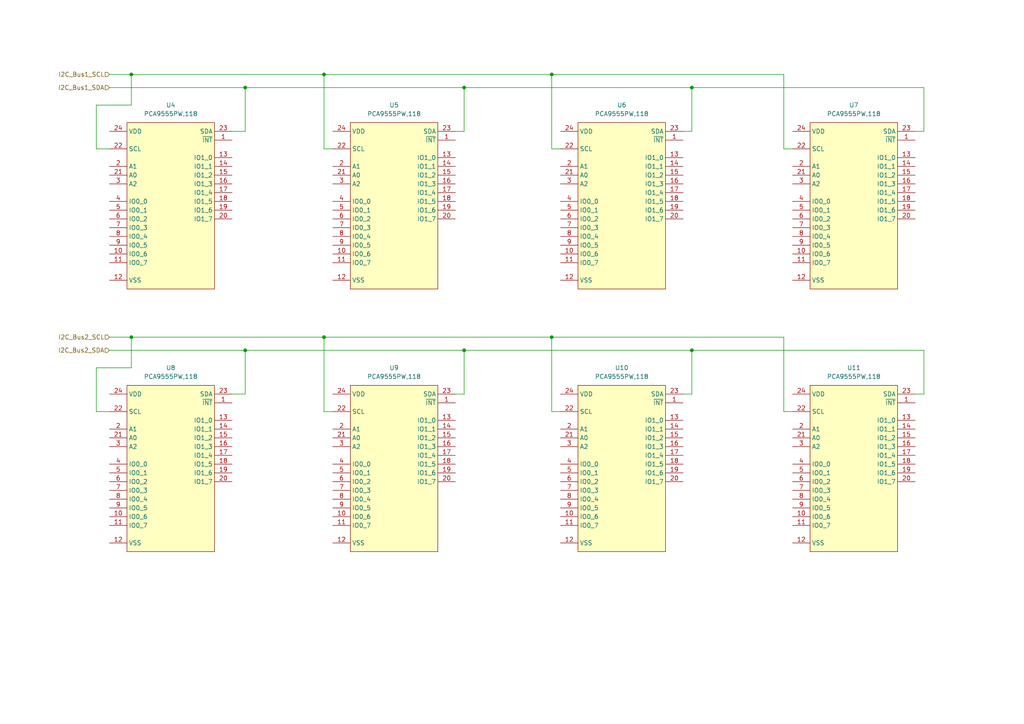
<source format=kicad_sch>
(kicad_sch (version 20231120) (generator "eeschema") (generator_version "8.0")
  (paper "A4")
  (title_block (title "Inputs/Outputs Extenders") (date "2024-09-01") (rev "v0.9.0"))
  (lib_symbols
    (symbol "easyeda2kicad:PCA9555PW,118"
      (property "Reference" "U" (at 0 26.67 0))
      (property "Value" "PCA9555PW,118" (at 0 -26.67 0))
      (symbol "PCA9555PW,118_0_1"
        (rectangle (start -12.7 24.13) (end 12.7 -24.13) (fill (type background)))
        (pin output line (at 17.78 19.05 180) (length 5.08) (name "~{INT}") (number "1"))
        (pin unspecified line (at -17.78 -13.97 0) (length 5.08) (name "IO0_6") (number "10"))
        (pin unspecified line (at -17.78 -16.51 0) (length 5.08) (name "IO0_7") (number "11"))
        (pin unspecified line (at -17.78 -21.59 0) (length 5.08) (name "VSS") (number "12"))
        (pin unspecified line (at 17.78 13.97 180) (length 5.08) (name "IO1_0") (number "13"))
        (pin unspecified line (at 17.78 11.43 180) (length 5.08) (name "IO1_1") (number "14"))
        (pin unspecified line (at 17.78 8.89 180) (length 5.08) (name "IO1_2") (number "15"))
        (pin unspecified line (at 17.78 6.35 180) (length 5.08) (name "IO1_3") (number "16"))
        (pin unspecified line (at 17.78 3.81 180) (length 5.08) (name "IO1_4") (number "17"))
        (pin unspecified line (at 17.78 1.27 180) (length 5.08) (name "IO1_5") (number "18"))
        (pin unspecified line (at 17.78 -1.27 180) (length 5.08) (name "IO1_6") (number "19"))
        (pin input line (at -17.78 11.43 0) (length 5.08) (name "A1") (number "2"))
        (pin unspecified line (at 17.78 -3.81 180) (length 5.08) (name "IO1_7") (number "20"))
        (pin input line (at -17.78 8.89 0) (length 5.08) (name "A0") (number "21"))
        (pin input line (at -17.78 16.51 0) (length 5.08) (name "SCL") (number "22"))
        (pin unspecified line (at 17.78 21.59 180) (length 5.08) (name "SDA") (number "23"))
        (pin power_in line (at -17.78 21.59 0) (length 5.08) (name "VDD") (number "24"))
        (pin input line (at -17.78 6.35 0) (length 5.08) (name "A2") (number "3"))
        (pin unspecified line (at -17.78 1.27 0) (length 5.08) (name "IO0_0") (number "4"))
        (pin unspecified line (at -17.78 -1.27 0) (length 5.08) (name "IO0_1") (number "5"))
        (pin unspecified line (at -17.78 -3.81 0) (length 5.08) (name "IO0_2") (number "6"))
        (pin unspecified line (at -17.78 -6.35 0) (length 5.08) (name "IO0_3") (number "7"))
        (pin unspecified line (at -17.78 -8.89 0) (length 5.08) (name "IO0_4") (number "8"))
        (pin unspecified line (at -17.78 -11.43 0) (length 5.08) (name "IO0_5") (number "9"))
      )
    )
  )
  (junction (at 38.1 21.59))
  (junction (at 160.02 97.79))
  (junction (at 134.62 25.4))
  (junction (at 38.1 97.79))
  (junction (at 93.98 21.59))
  (junction (at 134.62 101.6))
  (junction (at 200.66 25.4))
  (junction (at 93.98 97.79))
  (junction (at 160.02 21.59))
  (junction (at 71.12 101.6))
  (junction (at 71.12 25.4))
  (junction (at 200.66 101.6))
  (wire (pts (xy 267.97 25.4) (xy 267.97 38.1)))
  (wire (pts (xy 27.94 43.18) (xy 27.94 30.48)))
  (wire (pts (xy 267.97 114.3) (xy 265.43 114.3)))
  (wire (pts (xy 200.66 25.4) (xy 267.97 25.4)))
  (wire (pts (xy 198.12 38.1) (xy 200.66 38.1)))
  (wire (pts (xy 27.94 30.48) (xy 38.1 30.48)))
  (wire (pts (xy 31.75 43.18) (xy 27.94 43.18)))
  (wire (pts (xy 160.02 119.38) (xy 160.02 97.79)))
  (wire (pts (xy 38.1 106.68) (xy 38.1 97.79)))
  (wire (pts (xy 96.52 119.38) (xy 93.98 119.38)))
  (wire (pts (xy 267.97 101.6) (xy 267.97 114.3)))
  (wire (pts (xy 200.66 38.1) (xy 200.66 25.4)))
  (wire (pts (xy 134.62 25.4) (xy 200.66 25.4)))
  (wire (pts (xy 160.02 97.79) (xy 227.33 97.79)))
  (wire (pts (xy 134.62 114.3) (xy 134.62 101.6)))
  (wire (pts (xy 93.98 43.18) (xy 93.98 21.59)))
  (wire (pts (xy 160.02 21.59) (xy 227.33 21.59)))
  (wire (pts (xy 162.56 43.18) (xy 160.02 43.18)))
  (wire (pts (xy 134.62 101.6) (xy 200.66 101.6)))
  (wire (pts (xy 67.31 38.1) (xy 71.12 38.1)))
  (wire (pts (xy 93.98 21.59) (xy 160.02 21.59)))
  (wire (pts (xy 31.75 21.59) (xy 38.1 21.59)))
  (wire (pts (xy 227.33 21.59) (xy 227.33 43.18)))
  (wire (pts (xy 93.98 97.79) (xy 160.02 97.79)))
  (wire (pts (xy 132.08 114.3) (xy 134.62 114.3)))
  (wire (pts (xy 162.56 119.38) (xy 160.02 119.38)))
  (wire (pts (xy 27.94 106.68) (xy 38.1 106.68)))
  (wire (pts (xy 227.33 119.38) (xy 229.87 119.38)))
  (wire (pts (xy 71.12 38.1) (xy 71.12 25.4)))
  (wire (pts (xy 227.33 43.18) (xy 229.87 43.18)))
  (wire (pts (xy 38.1 21.59) (xy 93.98 21.59)))
  (wire (pts (xy 27.94 119.38) (xy 27.94 106.68)))
  (wire (pts (xy 71.12 25.4) (xy 134.62 25.4)))
  (wire (pts (xy 200.66 101.6) (xy 267.97 101.6)))
  (wire (pts (xy 200.66 114.3) (xy 200.66 101.6)))
  (wire (pts (xy 38.1 97.79) (xy 93.98 97.79)))
  (wire (pts (xy 227.33 97.79) (xy 227.33 119.38)))
  (wire (pts (xy 160.02 43.18) (xy 160.02 21.59)))
  (wire (pts (xy 71.12 114.3) (xy 71.12 101.6)))
  (wire (pts (xy 134.62 38.1) (xy 134.62 25.4)))
  (wire (pts (xy 38.1 30.48) (xy 38.1 21.59)))
  (wire (pts (xy 132.08 38.1) (xy 134.62 38.1)))
  (wire (pts (xy 93.98 119.38) (xy 93.98 97.79)))
  (wire (pts (xy 198.12 114.3) (xy 200.66 114.3)))
  (wire (pts (xy 31.75 101.6) (xy 71.12 101.6)))
  (wire (pts (xy 96.52 43.18) (xy 93.98 43.18)))
  (wire (pts (xy 71.12 101.6) (xy 134.62 101.6)))
  (wire (pts (xy 31.75 119.38) (xy 27.94 119.38)))
  (wire (pts (xy 31.75 25.4) (xy 71.12 25.4)))
  (wire (pts (xy 267.97 38.1) (xy 265.43 38.1)))
  (wire (pts (xy 31.75 97.79) (xy 38.1 97.79)))
  (wire (pts (xy 67.31 114.3) (xy 71.12 114.3)))
  (global_label "LED-B06" (shape input) (at -16.51 78.74 0) (property "Intersheetrefs" "${INTERSHEET_REFS}" (effects (hide yes))))
  (global_label "Button-B01" (shape input) (at -31.75 76.2 180) (property "Intersheetrefs" "${INTERSHEET_REFS}" (effects (hide yes))))
  (global_label "LED-C05" (shape input) (at -16.51 116.84 0) (property "Intersheetrefs" "${INTERSHEET_REFS}" (effects (hide yes))))
  (global_label "Button-C14" (shape input) (at -31.75 68.58 180) (property "Intersheetrefs" "${INTERSHEET_REFS}" (effects (hide yes))))
  (global_label "Button-C02" (shape input) (at -31.75 38.1 180) (property "Intersheetrefs" "${INTERSHEET_REFS}" (effects (hide yes))))
  (global_label "LED-B08" (shape input) (at -16.51 83.82 0) (property "Intersheetrefs" "${INTERSHEET_REFS}" (effects (hide yes))))
  (global_label "LED-C11" (shape input) (at -16.51 132.08 0) (property "Intersheetrefs" "${INTERSHEET_REFS}" (effects (hide yes))))
  (global_label "Button-A10" (shape input) (at -31.75 139.7 180) (property "Intersheetrefs" "${INTERSHEET_REFS}" (effects (hide yes))))
  (global_label "LED-A02" (shape input) (at -16.51 27.94 0) (property "Intersheetrefs" "${INTERSHEET_REFS}" (effects (hide yes))))
  (global_label "LED-B10" (shape input) (at -16.51 88.9 0) (property "Intersheetrefs" "${INTERSHEET_REFS}" (effects (hide yes))))
  (global_label "LED-B04" (shape input) (at -16.51 73.66 0) (property "Intersheetrefs" "${INTERSHEET_REFS}" (effects (hide yes))))
  (global_label "ENC1-X11" (shape input) (at -31.75 170.18 180) (property "Intersheetrefs" "${INTERSHEET_REFS}" (effects (hide yes))))
  (global_label "LED-C10" (shape input) (at -16.51 129.54 0) (property "Intersheetrefs" "${INTERSHEET_REFS}" (effects (hide yes))))
  (global_label "Button-B11" (shape input) (at -31.75 101.6 180) (property "Intersheetrefs" "${INTERSHEET_REFS}" (effects (hide yes))))
  (global_label "LED-A10" (shape input) (at -16.51 48.26 0) (property "Intersheetrefs" "${INTERSHEET_REFS}" (effects (hide yes))))
  (global_label "Button-A01" (shape input) (at -31.75 116.84 180) (property "Intersheetrefs" "${INTERSHEET_REFS}" (effects (hide yes))))
  (global_label "LED-A16" (shape input) (at -16.51 60.96 0) (property "Intersheetrefs" "${INTERSHEET_REFS}" (effects (hide yes))))
  (global_label "LED-A11" (shape input) (at -16.51 50.8 0) (property "Intersheetrefs" "${INTERSHEET_REFS}" (effects (hide yes))))
  (global_label "LED-C15" (shape input) (at -16.51 139.7 0) (property "Intersheetrefs" "${INTERSHEET_REFS}" (effects (hide yes))))
  (global_label "Schluessel1" (shape input) (at -31.75 160.02 180) (property "Intersheetrefs" "${INTERSHEET_REFS}" (effects (hide yes))))
  (global_label "LED-B09" (shape input) (at -16.51 86.36 0) (property "Intersheetrefs" "${INTERSHEET_REFS}" (effects (hide yes))))
  (global_label "LED-C03" (shape input) (at -16.51 111.76 0) (property "Intersheetrefs" "${INTERSHEET_REFS}" (effects (hide yes))))
  (global_label "LED-B07" (shape input) (at -16.51 81.28 0) (property "Intersheetrefs" "${INTERSHEET_REFS}" (effects (hide yes))))
  (global_label "ENC2-X23" (shape input) (at -31.75 190.5 180) (property "Intersheetrefs" "${INTERSHEET_REFS}" (effects (hide yes))))
  (global_label "LED-A08" (shape input) (at -16.51 43.18 0) (property "Intersheetrefs" "${INTERSHEET_REFS}" (effects (hide yes))))
  (global_label "ENC1-X15" (shape input) (at -31.75 180.34 180) (property "Intersheetrefs" "${INTERSHEET_REFS}" (effects (hide yes))))
  (global_label "LED-C08" (shape input) (at -16.51 124.46 0) (property "Intersheetrefs" "${INTERSHEET_REFS}" (effects (hide yes))))
  (global_label "LED-D01" (shape input) (at -16.51 147.32 0) (property "Intersheetrefs" "${INTERSHEET_REFS}" (effects (hide yes))))
  (global_label "Input-Res04" (shape input) (at 243.84 233.68 180) (property "Intersheetrefs" "${INTERSHEET_REFS}" (effects (hide yes))))
  (global_label "Output-Res04" (shape input) (at 265.43 233.68 180) (property "Intersheetrefs" "${INTERSHEET_REFS}" (effects (hide yes))))
  (global_label "LED-A15" (shape input) (at -16.51 58.42 0) (property "Intersheetrefs" "${INTERSHEET_REFS}" (effects (hide yes))))
  (global_label "Button-A14" (shape input) (at -31.75 149.86 180) (property "Intersheetrefs" "${INTERSHEET_REFS}" (effects (hide yes))))
  (global_label "Button-C07" (shape input) (at -31.75 50.8 180) (property "Intersheetrefs" "${INTERSHEET_REFS}" (effects (hide yes))))
  (global_label "Button-A12" (shape input) (at -31.75 144.78 180) (property "Intersheetrefs" "${INTERSHEET_REFS}" (effects (hide yes))))
  (global_label "Button-B15" (shape input) (at -31.75 111.76 180) (property "Intersheetrefs" "${INTERSHEET_REFS}" (effects (hide yes))))
  (global_label "ENC1-X14" (shape input) (at -31.75 177.8 180) (property "Intersheetrefs" "${INTERSHEET_REFS}" (effects (hide yes))))
  (global_label "Button-C12" (shape input) (at -31.75 63.5 180) (property "Intersheetrefs" "${INTERSHEET_REFS}" (effects (hide yes))))
  (global_label "LED-C01" (shape input) (at -16.51 106.68 0) (property "Intersheetrefs" "${INTERSHEET_REFS}" (effects (hide yes))))
  (global_label "LED-E02" (shape input) (at -16.51 154.94 0) (property "Intersheetrefs" "${INTERSHEET_REFS}" (effects (hide yes))))
  (global_label "Button-B14" (shape input) (at -31.75 109.22 180) (property "Intersheetrefs" "${INTERSHEET_REFS}" (effects (hide yes))))
  (global_label "Schluessel0" (shape input) (at -31.75 157.48 180) (property "Intersheetrefs" "${INTERSHEET_REFS}" (effects (hide yes))))
  (global_label "LED-A06" (shape input) (at -16.51 38.1 0) (property "Intersheetrefs" "${INTERSHEET_REFS}" (effects (hide yes))))
  (global_label "LED-A03" (shape input) (at -16.51 30.48 0) (property "Intersheetrefs" "${INTERSHEET_REFS}" (effects (hide yes))))
  (global_label "Button-C08" (shape input) (at -31.75 53.34 180) (property "Intersheetrefs" "${INTERSHEET_REFS}" (effects (hide yes))))
  (global_label "ENC2-X21" (shape input) (at -31.75 185.42 180) (property "Intersheetrefs" "${INTERSHEET_REFS}" (effects (hide yes))))
  (global_label "LED-A12" (shape input) (at -16.51 53.34 0) (property "Intersheetrefs" "${INTERSHEET_REFS}" (effects (hide yes))))
  (global_label "Button-B13" (shape input) (at -31.75 106.68 180) (property "Intersheetrefs" "${INTERSHEET_REFS}" (effects (hide yes))))
  (global_label "Button-C04" (shape input) (at -31.75 43.18 180) (property "Intersheetrefs" "${INTERSHEET_REFS}" (effects (hide yes))))
  (global_label "LED-C12" (shape input) (at -16.51 134.62 0) (property "Intersheetrefs" "${INTERSHEET_REFS}" (effects (hide yes))))
  (global_label "ENC2-X25" (shape input) (at -31.75 193.04 180) (property "Intersheetrefs" "${INTERSHEET_REFS}" (effects (hide yes))))
  (global_label "LED-A04" (shape input) (at -16.51 33.02 0) (property "Intersheetrefs" "${INTERSHEET_REFS}" (effects (hide yes))))
  (global_label "LED-B14" (shape input) (at -16.51 96.52 0) (property "Intersheetrefs" "${INTERSHEET_REFS}" (effects (hide yes))))
  (global_label "LED-B01" (shape input) (at -16.51 66.04 0) (property "Intersheetrefs" "${INTERSHEET_REFS}" (effects (hide yes))))
  (global_label "Button-A08" (shape input) (at -31.75 134.62 180) (property "Intersheetrefs" "${INTERSHEET_REFS}" (effects (hide yes))))
  (global_label "Button-C10" (shape input) (at -31.75 58.42 180) (property "Intersheetrefs" "${INTERSHEET_REFS}" (effects (hide yes))))
  (global_label "LED-C06" (shape input) (at -16.51 119.38 0) (property "Intersheetrefs" "${INTERSHEET_REFS}" (effects (hide yes))))
  (global_label "Button-B12" (shape input) (at -31.75 104.14 180) (property "Intersheetrefs" "${INTERSHEET_REFS}" (effects (hide yes))))
  (global_label "Button-A05" (shape input) (at -31.75 127 180) (property "Intersheetrefs" "${INTERSHEET_REFS}" (effects (hide yes))))
  (global_label "LED-C09" (shape input) (at -16.51 127 0) (property "Intersheetrefs" "${INTERSHEET_REFS}" (effects (hide yes))))
  (global_label "LED-A05" (shape input) (at -16.51 35.56 0) (property "Intersheetrefs" "${INTERSHEET_REFS}" (effects (hide yes))))
  (global_label "ENC2-X22" (shape input) (at -31.75 187.96 180) (property "Intersheetrefs" "${INTERSHEET_REFS}" (effects (hide yes))))
  (global_label "LED-E01" (shape input) (at -16.51 152.4 0) (property "Intersheetrefs" "${INTERSHEET_REFS}" (effects (hide yes))))
  (global_label "ENC1-X12" (shape input) (at -31.75 172.72 180) (property "Intersheetrefs" "${INTERSHEET_REFS}" (effects (hide yes))))
  (global_label "LED-C13" (shape input) (at -16.51 137.16 0) (property "Intersheetrefs" "${INTERSHEET_REFS}" (effects (hide yes))))
  (global_label "LED-D02" (shape input) (at -16.51 144.78 0) (property "Intersheetrefs" "${INTERSHEET_REFS}" (effects (hide yes))))
  (global_label "LED-A09" (shape input) (at -16.51 45.72 0) (property "Intersheetrefs" "${INTERSHEET_REFS}" (effects (hide yes))))
  (global_label "LED-A01" (shape input) (at -16.51 25.4 0) (property "Intersheetrefs" "${INTERSHEET_REFS}" (effects (hide yes))))
  (global_label "Button-E02" (shape input) (at -31.75 25.4 180) (property "Intersheetrefs" "${INTERSHEET_REFS}" (effects (hide yes))))
  (global_label "Button-A03" (shape input) (at -31.75 121.92 180) (property "Intersheetrefs" "${INTERSHEET_REFS}" (effects (hide yes))))
  (global_label "Button-A11" (shape input) (at -31.75 142.24 180) (property "Intersheetrefs" "${INTERSHEET_REFS}" (effects (hide yes))))
  (global_label "Button-A04" (shape input) (at -31.75 124.46 180) (property "Intersheetrefs" "${INTERSHEET_REFS}" (effects (hide yes))))
  (global_label "Button-B10" (shape input) (at -31.75 99.06 180) (property "Intersheetrefs" "${INTERSHEET_REFS}" (effects (hide yes))))
  (global_label "Button-B04" (shape input) (at -31.75 83.82 180) (property "Intersheetrefs" "${INTERSHEET_REFS}" (effects (hide yes))))
  (global_label "Button-B09" (shape input) (at -31.75 96.52 180) (property "Intersheetrefs" "${INTERSHEET_REFS}" (effects (hide yes))))
  (global_label "Button-C09" (shape input) (at -31.75 55.88 180) (property "Intersheetrefs" "${INTERSHEET_REFS}" (effects (hide yes))))
  (global_label "Button-C13" (shape input) (at -31.75 66.04 180) (property "Intersheetrefs" "${INTERSHEET_REFS}" (effects (hide yes))))
  (global_label "Button-B03" (shape input) (at -31.75 81.28 180) (property "Intersheetrefs" "${INTERSHEET_REFS}" (effects (hide yes))))
  (global_label "Button-A07" (shape input) (at -31.75 132.08 180) (property "Intersheetrefs" "${INTERSHEET_REFS}" (effects (hide yes))))
  (global_label "Output-Res03" (shape input) (at 265.43 228.6 180) (property "Intersheetrefs" "${INTERSHEET_REFS}" (effects (hide yes))))
  (global_label "Input-Res02" (shape input) (at 243.84 226.06 180) (property "Intersheetrefs" "${INTERSHEET_REFS}" (effects (hide yes))))
  (global_label "Button-B07" (shape input) (at -31.75 91.44 180) (property "Intersheetrefs" "${INTERSHEET_REFS}" (effects (hide yes))))
  (global_label "Button-A16" (shape input) (at -31.75 152.4 180) (property "Intersheetrefs" "${INTERSHEET_REFS}" (effects (hide yes))))
  (global_label "Button-A06" (shape input) (at -31.75 129.54 180) (property "Intersheetrefs" "${INTERSHEET_REFS}" (effects (hide yes))))
  (global_label "LED-B03" (shape input) (at -16.51 71.12 0) (property "Intersheetrefs" "${INTERSHEET_REFS}" (effects (hide yes))))
  (global_label "Button-A09" (shape input) (at -31.75 137.16 180) (property "Intersheetrefs" "${INTERSHEET_REFS}" (effects (hide yes))))
  (global_label "Button-B08" (shape input) (at -31.75 93.98 180) (property "Intersheetrefs" "${INTERSHEET_REFS}" (effects (hide yes))))
  (global_label "LED-C07" (shape input) (at -16.51 121.92 0) (property "Intersheetrefs" "${INTERSHEET_REFS}" (effects (hide yes))))
  (global_label "Button-A13" (shape input) (at -31.75 147.32 180) (property "Intersheetrefs" "${INTERSHEET_REFS}" (effects (hide yes))))
  (global_label "Button-D02" (shape input) (at -31.75 30.48 180) (property "Intersheetrefs" "${INTERSHEET_REFS}" (effects (hide yes))))
  (global_label "Button-C06" (shape input) (at -31.75 48.26 180) (property "Intersheetrefs" "${INTERSHEET_REFS}" (effects (hide yes))))
  (global_label "LED-B11" (shape input) (at -16.51 91.44 0) (property "Intersheetrefs" "${INTERSHEET_REFS}" (effects (hide yes))))
  (global_label "Button-C03" (shape input) (at -31.75 40.64 180) (property "Intersheetrefs" "${INTERSHEET_REFS}" (effects (hide yes))))
  (global_label "Button-C05" (shape input) (at -31.75 45.72 180) (property "Intersheetrefs" "${INTERSHEET_REFS}" (effects (hide yes))))
  (global_label "LED-B12" (shape input) (at -16.51 93.98 0) (property "Intersheetrefs" "${INTERSHEET_REFS}" (effects (hide yes))))
  (global_label "Input-Res01" (shape input) (at 243.84 223.52 180) (property "Intersheetrefs" "${INTERSHEET_REFS}" (effects (hide yes))))
  (global_label "ENC1-X13" (shape input) (at -31.75 175.26 180) (property "Intersheetrefs" "${INTERSHEET_REFS}" (effects (hide yes))))
  (global_label "Button-B05" (shape input) (at -31.75 86.36 180) (property "Intersheetrefs" "${INTERSHEET_REFS}" (effects (hide yes))))
  (global_label "Button-C11" (shape input) (at -31.75 60.96 180) (property "Intersheetrefs" "${INTERSHEET_REFS}" (effects (hide yes))))
  (global_label "LED-C02" (shape input) (at -16.51 109.22 0) (property "Intersheetrefs" "${INTERSHEET_REFS}" (effects (hide yes))))
  (global_label "Button-B02" (shape input) (at -31.75 78.74 180) (property "Intersheetrefs" "${INTERSHEET_REFS}" (effects (hide yes))))
  (global_label "Button-C15" (shape input) (at -31.75 71.12 180) (property "Intersheetrefs" "${INTERSHEET_REFS}" (effects (hide yes))))
  (global_label "Schluessel3" (shape input) (at -31.75 165.1 180) (property "Intersheetrefs" "${INTERSHEET_REFS}" (effects (hide yes))))
  (global_label "LED-C04" (shape input) (at -16.51 114.3 0) (property "Intersheetrefs" "${INTERSHEET_REFS}" (effects (hide yes))))
  (global_label "Button-C01" (shape input) (at -31.75 35.56 180) (property "Intersheetrefs" "${INTERSHEET_REFS}" (effects (hide yes))))
  (global_label "Schluessel2" (shape input) (at -31.75 162.56 180) (property "Intersheetrefs" "${INTERSHEET_REFS}" (effects (hide yes))))
  (global_label "LED-B05" (shape input) (at -16.51 76.2 0) (property "Intersheetrefs" "${INTERSHEET_REFS}" (effects (hide yes))))
  (global_label "Input-Res03" (shape input) (at 243.84 228.6 180) (property "Intersheetrefs" "${INTERSHEET_REFS}" (effects (hide yes))))
  (global_label "LED-A14" (shape input) (at -16.51 55.88 0) (property "Intersheetrefs" "${INTERSHEET_REFS}" (effects (hide yes))))
  (global_label "LED-B02" (shape input) (at -16.51 68.58 0) (property "Intersheetrefs" "${INTERSHEET_REFS}" (effects (hide yes))))
  (global_label "LED-B15" (shape input) (at -16.51 101.6 0) (property "Intersheetrefs" "${INTERSHEET_REFS}" (effects (hide yes))))
  (global_label "Output-Res02" (shape input) (at 265.43 226.06 180) (property "Intersheetrefs" "${INTERSHEET_REFS}" (effects (hide yes))))
  (global_label "Button-A02" (shape input) (at -31.75 119.38 180) (property "Intersheetrefs" "${INTERSHEET_REFS}" (effects (hide yes))))
  (global_label "LED-B13" (shape input) (at -16.51 99.06 0) (property "Intersheetrefs" "${INTERSHEET_REFS}" (effects (hide yes))))
  (global_label "Button-B06" (shape input) (at -31.75 88.9 180) (property "Intersheetrefs" "${INTERSHEET_REFS}" (effects (hide yes))))
  (global_label "Output-Res01" (shape input) (at 265.43 223.52 180) (property "Intersheetrefs" "${INTERSHEET_REFS}" (effects (hide yes))))
  (global_label "LED-A07" (shape input) (at -16.51 40.64 0) (property "Intersheetrefs" "${INTERSHEET_REFS}" (effects (hide yes))))
  (hierarchical_label "I2C_Bus2_SDA" (shape input) (at 31.75 101.6 180))
  (hierarchical_label "I2C_Bus2_SCL" (shape input) (at 31.75 97.79 180))
  (hierarchical_label "I2C_Bus1_SDA" (shape input) (at 31.75 25.4 180))
  (hierarchical_label "I2C_Bus1_SCL" (shape input) (at 31.75 21.59 180))
  (symbol (lib_id "easyeda2kicad:PCA9555PW,118") (at 49.53 59.69 0) (unit 1)
    (property "Reference" "U4" (at 49.53 30.48 0))
    (property "Value" "PCA9555PW,118" (at 49.53 33.02 0))
    (property "Footprint" "easyeda2kicad:TSSOP-24_L7.8-W4.4-P0.65-LS6.4-BL" (effects (hide yes)))
    (property "Datasheet" "https://lcsc.com/product-detail/I-O-Expansion_NXP_PCA9555PW-118_PCA9555PW-118_C128392.html" (effects (hide yes)))
    (property "LCSC Part" "C128392" (effects (hide yes)))
  )
  (symbol (lib_id "easyeda2kicad:PCA9555PW,118") (at 114.3 59.69 0) (unit 1)
    (property "Reference" "U5" (at 114.3 30.48 0))
    (property "Value" "PCA9555PW,118" (at 114.3 33.02 0))
    (property "Footprint" "easyeda2kicad:TSSOP-24_L7.8-W4.4-P0.65-LS6.4-BL" (effects (hide yes)))
    (property "Datasheet" "https://lcsc.com/product-detail/I-O-Expansion_NXP_PCA9555PW-118_PCA9555PW-118_C128392.html" (effects (hide yes)))
    (property "LCSC Part" "C128392" (effects (hide yes)))
  )
  (symbol (lib_id "easyeda2kicad:PCA9555PW,118") (at 247.65 59.69 0) (unit 1)
    (property "Reference" "U7" (at 247.65 30.48 0))
    (property "Value" "PCA9555PW,118" (at 247.65 33.02 0))
    (property "Footprint" "easyeda2kicad:TSSOP-24_L7.8-W4.4-P0.65-LS6.4-BL" (effects (hide yes)))
    (property "Datasheet" "https://lcsc.com/product-detail/I-O-Expansion_NXP_PCA9555PW-118_PCA9555PW-118_C128392.html" (effects (hide yes)))
    (property "LCSC Part" "C128392" (effects (hide yes)))
  )
  (symbol (lib_id "easyeda2kicad:PCA9555PW,118") (at 49.53 135.89 0) (unit 1)
    (property "Reference" "U8" (at 49.53 106.68 0))
    (property "Value" "PCA9555PW,118" (at 49.53 109.22 0))
    (property "Footprint" "easyeda2kicad:TSSOP-24_L7.8-W4.4-P0.65-LS6.4-BL" (effects (hide yes)))
    (property "Datasheet" "https://lcsc.com/product-detail/I-O-Expansion_NXP_PCA9555PW-118_PCA9555PW-118_C128392.html" (effects (hide yes)))
    (property "LCSC Part" "C128392" (effects (hide yes)))
  )
  (symbol (lib_id "easyeda2kicad:PCA9555PW,118") (at 180.34 135.89 0) (unit 1)
    (property "Reference" "U10" (at 180.34 106.68 0))
    (property "Value" "PCA9555PW,118" (at 180.34 109.22 0))
    (property "Footprint" "easyeda2kicad:TSSOP-24_L7.8-W4.4-P0.65-LS6.4-BL" (effects (hide yes)))
    (property "Datasheet" "https://lcsc.com/product-detail/I-O-Expansion_NXP_PCA9555PW-118_PCA9555PW-118_C128392.html" (effects (hide yes)))
    (property "LCSC Part" "C128392" (effects (hide yes)))
  )
  (symbol (lib_id "easyeda2kicad:PCA9555PW,118") (at 247.65 135.89 0) (unit 1)
    (property "Reference" "U11" (at 247.65 106.68 0))
    (property "Value" "PCA9555PW,118" (at 247.65 109.22 0))
    (property "Footprint" "easyeda2kicad:TSSOP-24_L7.8-W4.4-P0.65-LS6.4-BL" (effects (hide yes)))
    (property "Datasheet" "https://lcsc.com/product-detail/I-O-Expansion_NXP_PCA9555PW-118_PCA9555PW-118_C128392.html" (effects (hide yes)))
    (property "LCSC Part" "C128392" (effects (hide yes)))
  )
  (symbol (lib_id "easyeda2kicad:PCA9555PW,118") (at 114.3 135.89 0) (unit 1)
    (property "Reference" "U9" (at 114.3 106.68 0))
    (property "Value" "PCA9555PW,118" (at 114.3 109.22 0))
    (property "Footprint" "easyeda2kicad:TSSOP-24_L7.8-W4.4-P0.65-LS6.4-BL" (effects (hide yes)))
    (property "Datasheet" "https://lcsc.com/product-detail/I-O-Expansion_NXP_PCA9555PW-118_PCA9555PW-118_C128392.html" (effects (hide yes)))
    (property "LCSC Part" "C128392" (effects (hide yes)))
  )
  (symbol (lib_id "easyeda2kicad:PCA9555PW,118") (at 180.34 59.69 0) (unit 1)
    (property "Reference" "U6" (at 180.34 30.48 0))
    (property "Value" "PCA9555PW,118" (at 180.34 33.02 0))
    (property "Footprint" "easyeda2kicad:TSSOP-24_L7.8-W4.4-P0.65-LS6.4-BL" (effects (hide yes)))
    (property "Datasheet" "https://lcsc.com/product-detail/I-O-Expansion_NXP_PCA9555PW-118_PCA9555PW-118_C128392.html" (effects (hide yes)))
    (property "LCSC Part" "C128392" (effects (hide yes)))
  )
)
</source>
